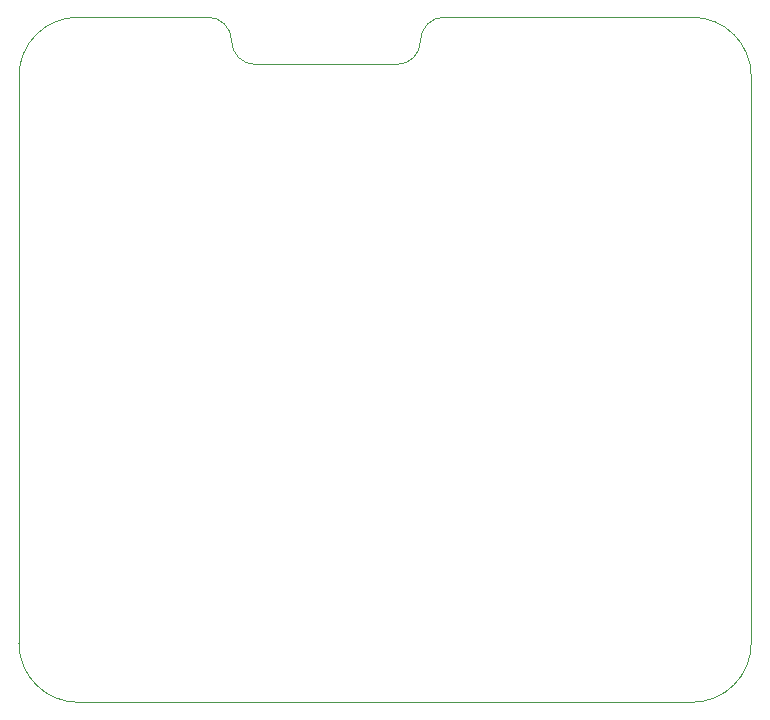
<source format=gbr>
G04 #@! TF.GenerationSoftware,KiCad,Pcbnew,7.0.9-7.0.9~ubuntu22.04.1*
G04 #@! TF.CreationDate,2023-12-23T17:14:06+01:00*
G04 #@! TF.ProjectId,pico-swm-px26a-pcb,7069636f-2d73-4776-9d2d-70783236612d,rev?*
G04 #@! TF.SameCoordinates,Original*
G04 #@! TF.FileFunction,Profile,NP*
%FSLAX46Y46*%
G04 Gerber Fmt 4.6, Leading zero omitted, Abs format (unit mm)*
G04 Created by KiCad (PCBNEW 7.0.9-7.0.9~ubuntu22.04.1) date 2023-12-23 17:14:06*
%MOMM*%
%LPD*%
G01*
G04 APERTURE LIST*
G04 #@! TA.AperFunction,Profile*
%ADD10C,0.100000*%
G04 #@! TD*
G04 APERTURE END LIST*
D10*
X110000000Y-70000000D02*
X121000000Y-70000000D01*
X162000000Y-70000000D02*
X141000000Y-70000000D01*
X162000000Y-128000000D02*
X110000000Y-128000000D01*
X167000000Y-75000000D02*
G75*
G03*
X162000000Y-70000000I-5000000J0D01*
G01*
X105000000Y-123000000D02*
G75*
G03*
X110000000Y-128000000I5000000J0D01*
G01*
X141000000Y-70000000D02*
G75*
G03*
X139000000Y-72000000I0J-2000000D01*
G01*
X123008485Y-71995911D02*
G75*
G03*
X125000000Y-73991519I1991515J-4089D01*
G01*
X125000000Y-74000000D02*
X137000000Y-74000000D01*
X105000000Y-123000000D02*
X105000000Y-75000000D01*
X167000000Y-75000000D02*
X167000000Y-123000000D01*
X123008471Y-71995911D02*
G75*
G03*
X121000000Y-70005646I-2008471J-18289D01*
G01*
X110000000Y-70000000D02*
G75*
G03*
X105000000Y-75000000I0J-5000000D01*
G01*
X162000000Y-128000000D02*
G75*
G03*
X167000000Y-123000000I0J5000000D01*
G01*
X137000000Y-74000000D02*
G75*
G03*
X139000000Y-72000000I0J2000000D01*
G01*
M02*

</source>
